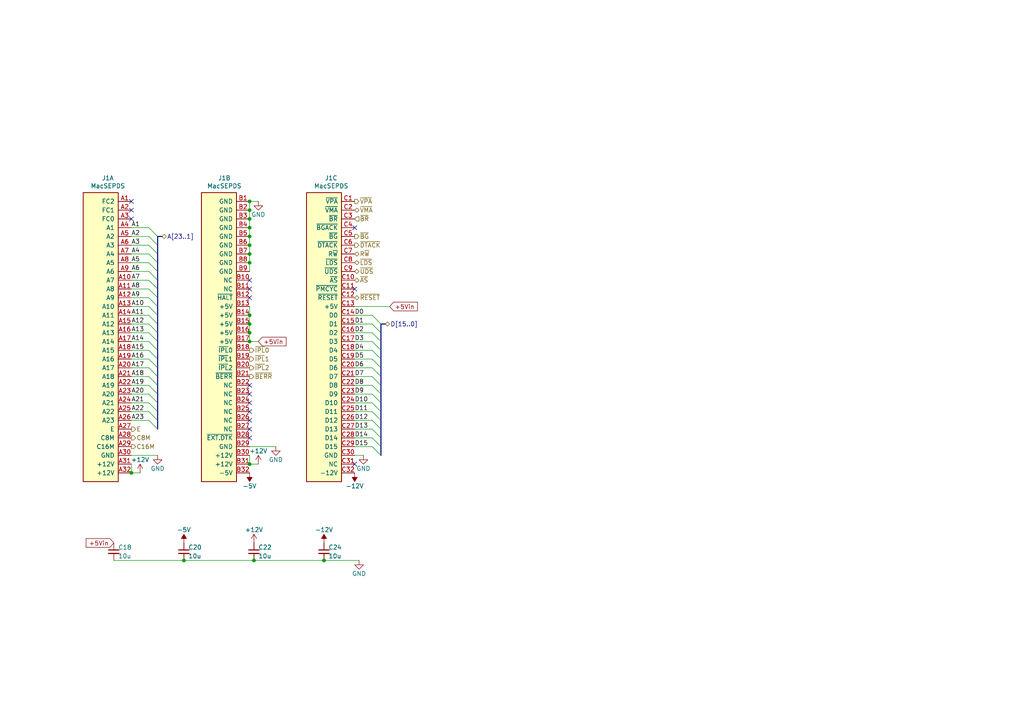
<source format=kicad_sch>
(kicad_sch (version 20231120) (generator "eeschema") (generator_version "8.0")
  (paper "A4")
  (title_block (title "WarpSE (GW4410A)") (date "2024-04-23") (rev "1.0") (company "Garrett's Workshop"))
  (lib_symbols
    (symbol "Device:C_Small" (pin_numbers hide) (pin_names (offset 0.254) hide)
      (property "Reference" "C" (at 0.254 1.778 0))
      (property "Value" "C_Small" (at 0.254 -2.032 0))
      (symbol "C_Small_0_1"
        (polyline (pts (xy -1.524 -0.508) (xy 1.524 -0.508)) (stroke (width 0.3302)))
        (polyline (pts (xy -1.524 0.508) (xy 1.524 0.508)) (stroke (width 0.3048)))
      )
      (symbol "C_Small_1_1"
        (pin passive line (at 0 2.54 270) (length 2.032) (name "~") (number "1"))
        (pin passive line (at 0 -2.54 90) (length 2.032) (name "~") (number "2"))
      )
    )
    (symbol "GW_Connector:MacSEPDS" (pin_names (offset 1.016))
      (property "Reference" "J" (at 0 45.72 0))
      (property "Value" "MacSEPDS" (at 0 -40.64 0))
      (symbol "MacSEPDS_0_1"
        (rectangle (start 0 44.45) (end -10.16 -39.37) (stroke (width 0.254)) (fill (type background)))
      )
      (symbol "MacSEPDS_1_1"
        (pin unspecified line (at 3.81 41.91 180) (length 3.81) (name "FC2") (number "A1"))
        (pin unspecified line (at 3.81 19.05 180) (length 3.81) (name "A7") (number "A10"))
        (pin unspecified line (at 3.81 16.51 180) (length 3.81) (name "A8") (number "A11"))
        (pin unspecified line (at 3.81 13.97 180) (length 3.81) (name "A9") (number "A12"))
        (pin unspecified line (at 3.81 11.43 180) (length 3.81) (name "A10") (number "A13"))
        (pin unspecified line (at 3.81 8.89 180) (length 3.81) (name "A11") (number "A14"))
        (pin unspecified line (at 3.81 6.35 180) (length 3.81) (name "A12") (number "A15"))
        (pin unspecified line (at 3.81 3.81 180) (length 3.81) (name "A13") (number "A16"))
        (pin unspecified line (at 3.81 1.27 180) (length 3.81) (name "A14") (number "A17"))
        (pin unspecified line (at 3.81 -1.27 180) (length 3.81) (name "A15") (number "A18"))
        (pin unspecified line (at 3.81 -3.81 180) (length 3.81) (name "A16") (number "A19"))
        (pin unspecified line (at 3.81 39.37 180) (length 3.81) (name "FC1") (number "A2"))
        (pin unspecified line (at 3.81 -6.35 180) (length 3.81) (name "A17") (number "A20"))
        (pin unspecified line (at 3.81 -8.89 180) (length 3.81) (name "A18") (number "A21"))
        (pin unspecified line (at 3.81 -11.43 180) (length 3.81) (name "A19") (number "A22"))
        (pin unspecified line (at 3.81 -13.97 180) (length 3.81) (name "A20") (number "A23"))
        (pin unspecified line (at 3.81 -16.51 180) (length 3.81) (name "A21") (number "A24"))
        (pin unspecified line (at 3.81 -19.05 180) (length 3.81) (name "A22") (number "A25"))
        (pin unspecified line (at 3.81 -21.59 180) (length 3.81) (name "A23") (number "A26"))
        (pin unspecified line (at 3.81 -24.13 180) (length 3.81) (name "E") (number "A27"))
        (pin unspecified line (at 3.81 -26.67 180) (length 3.81) (name "C8M") (number "A28"))
        (pin unspecified line (at 3.81 -29.21 180) (length 3.81) (name "C16M") (number "A29"))
        (pin unspecified line (at 3.81 36.83 180) (length 3.81) (name "FC0") (number "A3"))
        (pin unspecified line (at 3.81 -31.75 180) (length 3.81) (name "GND") (number "A30"))
        (pin unspecified line (at 3.81 -34.29 180) (length 3.81) (name "+12V") (number "A31"))
        (pin unspecified line (at 3.81 -36.83 180) (length 3.81) (name "+12V") (number "A32"))
        (pin unspecified line (at 3.81 34.29 180) (length 3.81) (name "A1") (number "A4"))
        (pin unspecified line (at 3.81 31.75 180) (length 3.81) (name "A2") (number "A5"))
        (pin unspecified line (at 3.81 29.21 180) (length 3.81) (name "A3") (number "A6"))
        (pin unspecified line (at 3.81 26.67 180) (length 3.81) (name "A4") (number "A7"))
        (pin unspecified line (at 3.81 24.13 180) (length 3.81) (name "A5") (number "A8"))
        (pin unspecified line (at 3.81 21.59 180) (length 3.81) (name "A6") (number "A9"))
      )
      (symbol "MacSEPDS_2_1"
        (pin unspecified line (at 3.81 41.91 180) (length 3.81) (name "GND") (number "B1"))
        (pin unspecified line (at 3.81 19.05 180) (length 3.81) (name "NC") (number "B10"))
        (pin unspecified line (at 3.81 16.51 180) (length 3.81) (name "NC") (number "B11"))
        (pin unspecified line (at 3.81 13.97 180) (length 3.81) (name "~{HALT}") (number "B12"))
        (pin unspecified line (at 3.81 11.43 180) (length 3.81) (name "+5V") (number "B13"))
        (pin unspecified line (at 3.81 8.89 180) (length 3.81) (name "+5V") (number "B14"))
        (pin unspecified line (at 3.81 6.35 180) (length 3.81) (name "+5V") (number "B15"))
        (pin unspecified line (at 3.81 3.81 180) (length 3.81) (name "+5V") (number "B16"))
        (pin unspecified line (at 3.81 1.27 180) (length 3.81) (name "+5V") (number "B17"))
        (pin unspecified line (at 3.81 -1.27 180) (length 3.81) (name "~{IPL}0") (number "B18"))
        (pin unspecified line (at 3.81 -3.81 180) (length 3.81) (name "~{IPL}1") (number "B19"))
        (pin unspecified line (at 3.81 39.37 180) (length 3.81) (name "GND") (number "B2"))
        (pin unspecified line (at 3.81 -6.35 180) (length 3.81) (name "~{IPL}2") (number "B20"))
        (pin unspecified line (at 3.81 -8.89 180) (length 3.81) (name "~{BERR}") (number "B21"))
        (pin unspecified line (at 3.81 -11.43 180) (length 3.81) (name "NC") (number "B22"))
        (pin unspecified line (at 3.81 -13.97 180) (length 3.81) (name "NC") (number "B23"))
        (pin unspecified line (at 3.81 -16.51 180) (length 3.81) (name "NC") (number "B24"))
        (pin unspecified line (at 3.81 -19.05 180) (length 3.81) (name "NC") (number "B25"))
        (pin unspecified line (at 3.81 -21.59 180) (length 3.81) (name "NC") (number "B26"))
        (pin unspecified line (at 3.81 -24.13 180) (length 3.81) (name "NC") (number "B27"))
        (pin unspecified line (at 3.81 -26.67 180) (length 3.81) (name "~{EXT.DTK}") (number "B28"))
        (pin unspecified line (at 3.81 -29.21 180) (length 3.81) (name "GND") (number "B29"))
        (pin unspecified line (at 3.81 36.83 180) (length 3.81) (name "GND") (number "B3"))
        (pin unspecified line (at 3.81 -31.75 180) (length 3.81) (name "+12V") (number "B30"))
        (pin unspecified line (at 3.81 -34.29 180) (length 3.81) (name "+12V") (number "B31"))
        (pin unspecified line (at 3.81 -36.83 180) (length 3.81) (name "-5V") (number "B32"))
        (pin unspecified line (at 3.81 34.29 180) (length 3.81) (name "GND") (number "B4"))
        (pin unspecified line (at 3.81 31.75 180) (length 3.81) (name "GND") (number "B5"))
        (pin unspecified line (at 3.81 29.21 180) (length 3.81) (name "GND") (number "B6"))
        (pin unspecified line (at 3.81 26.67 180) (length 3.81) (name "GND") (number "B7"))
        (pin unspecified line (at 3.81 24.13 180) (length 3.81) (name "GND") (number "B8"))
        (pin unspecified line (at 3.81 21.59 180) (length 3.81) (name "GND") (number "B9"))
      )
      (symbol "MacSEPDS_3_1"
        (pin unspecified line (at 3.81 41.91 180) (length 3.81) (name "~{VPA}") (number "C1"))
        (pin unspecified line (at 3.81 19.05 180) (length 3.81) (name "~{AS}") (number "C10"))
        (pin unspecified line (at 3.81 16.51 180) (length 3.81) (name "~{PMCYC}") (number "C11"))
        (pin unspecified line (at 3.81 13.97 180) (length 3.81) (name "~{RESET}") (number "C12"))
        (pin unspecified line (at 3.81 11.43 180) (length 3.81) (name "+5V") (number "C13"))
        (pin unspecified line (at 3.81 8.89 180) (length 3.81) (name "D0") (number "C14"))
        (pin unspecified line (at 3.81 6.35 180) (length 3.81) (name "D1") (number "C15"))
        (pin unspecified line (at 3.81 3.81 180) (length 3.81) (name "D2") (number "C16"))
        (pin unspecified line (at 3.81 1.27 180) (length 3.81) (name "D3") (number "C17"))
        (pin unspecified line (at 3.81 -1.27 180) (length 3.81) (name "D4") (number "C18"))
        (pin unspecified line (at 3.81 -3.81 180) (length 3.81) (name "D5") (number "C19"))
        (pin unspecified line (at 3.81 39.37 180) (length 3.81) (name "~{VMA}") (number "C2"))
        (pin unspecified line (at 3.81 -6.35 180) (length 3.81) (name "D6") (number "C20"))
        (pin unspecified line (at 3.81 -8.89 180) (length 3.81) (name "D7") (number "C21"))
        (pin unspecified line (at 3.81 -11.43 180) (length 3.81) (name "D8") (number "C22"))
        (pin unspecified line (at 3.81 -13.97 180) (length 3.81) (name "D9") (number "C23"))
        (pin unspecified line (at 3.81 -16.51 180) (length 3.81) (name "D10") (number "C24"))
        (pin unspecified line (at 3.81 -19.05 180) (length 3.81) (name "D11") (number "C25"))
        (pin unspecified line (at 3.81 -21.59 180) (length 3.81) (name "D12") (number "C26"))
        (pin unspecified line (at 3.81 -24.13 180) (length 3.81) (name "D13") (number "C27"))
        (pin unspecified line (at 3.81 -26.67 180) (length 3.81) (name "D14") (number "C28"))
        (pin unspecified line (at 3.81 -29.21 180) (length 3.81) (name "D15") (number "C29"))
        (pin unspecified line (at 3.81 36.83 180) (length 3.81) (name "~{BR}") (number "C3"))
        (pin unspecified line (at 3.81 -31.75 180) (length 3.81) (name "GND") (number "C30"))
        (pin unspecified line (at 3.81 -34.29 180) (length 3.81) (name "NC") (number "C31"))
        (pin unspecified line (at 3.81 -36.83 180) (length 3.81) (name "-12V") (number "C32"))
        (pin unspecified line (at 3.81 34.29 180) (length 3.81) (name "~{BGACK}") (number "C4"))
        (pin unspecified line (at 3.81 31.75 180) (length 3.81) (name "~{BG}") (number "C5"))
        (pin unspecified line (at 3.81 29.21 180) (length 3.81) (name "~{DTACK}") (number "C6"))
        (pin unspecified line (at 3.81 26.67 180) (length 3.81) (name "R~{W}") (number "C7"))
        (pin unspecified line (at 3.81 24.13 180) (length 3.81) (name "~{LDS}") (number "C8"))
        (pin unspecified line (at 3.81 21.59 180) (length 3.81) (name "~{UDS}") (number "C9"))
      )
    )
    (symbol "power:+12V" (power) (pin_names (offset 0))
      (property "Value" "+12V" (at 0 3.556 0))
      (symbol "+12V_0_1"
        (polyline (pts (xy -0.762 1.27) (xy 0 2.54)))
        (polyline (pts (xy 0 0) (xy 0 2.54)))
        (polyline (pts (xy 0 2.54) (xy 0.762 1.27)))
      )
      (symbol "+12V_1_1"
        (pin power_in line (at 0 0 90) (length 0) hide (name "+12V") (number "1"))
      )
    )
    (symbol "power:-12V" (power) (pin_names (offset 0))
      (property "Value" "-12V" (at 0 3.81 0))
      (symbol "-12V_0_0"
        (pin power_in line (at 0 0 90) (length 0) hide (name "-12V") (number "1"))
      )
      (symbol "-12V_0_1"
        (polyline (pts (xy 0 0) (xy 0 1.27) (xy 0.762 1.27) (xy 0 2.54) (xy -0.762 1.27) (xy 0 1.27)) (fill (type outline)))
      )
    )
    (symbol "power:-5V" (power) (pin_names (offset 0))
      (property "Value" "-5V" (at 0 3.81 0))
      (symbol "-5V_0_0"
        (pin power_in line (at 0 0 90) (length 0) hide (name "-5V") (number "1"))
      )
      (symbol "-5V_0_1"
        (polyline (pts (xy 0 0) (xy 0 1.27) (xy 0.762 1.27) (xy 0 2.54) (xy -0.762 1.27) (xy 0 1.27)) (fill (type outline)))
      )
    )
    (symbol "power:GND" (power) (pin_names (offset 0))
      (property "Value" "GND" (at 0 -3.81 0))
      (symbol "GND_0_1"
        (polyline (pts (xy 0 0) (xy 0 -1.27) (xy 1.27 -1.27) (xy 0 -2.54) (xy -1.27 -1.27) (xy 0 -1.27)))
      )
      (symbol "GND_1_1"
        (pin power_in line (at 0 0 270) (length 0) hide (name "GND") (number "1"))
      )
    )
  )
  (junction (at 72.39 91.44))
  (junction (at 72.39 58.42))
  (junction (at 72.39 60.96))
  (junction (at 72.39 68.58))
  (junction (at 72.39 99.06))
  (junction (at 72.39 134.62))
  (junction (at 72.39 93.98))
  (junction (at 93.98 162.56))
  (junction (at 72.39 66.04))
  (junction (at 38.1 137.16))
  (junction (at 73.66 162.56))
  (junction (at 72.39 63.5))
  (junction (at 53.34 162.56))
  (junction (at 72.39 71.12))
  (junction (at 72.39 73.66))
  (junction (at 72.39 96.52))
  (junction (at 72.39 76.2))
  (no_connect (at 72.39 83.82))
  (no_connect (at 102.87 66.04))
  (no_connect (at 72.39 81.28))
  (no_connect (at 72.39 121.92))
  (no_connect (at 72.39 116.84))
  (no_connect (at 38.1 60.96))
  (no_connect (at 72.39 119.38))
  (no_connect (at 38.1 63.5))
  (no_connect (at 72.39 86.36))
  (no_connect (at 72.39 124.46))
  (no_connect (at 38.1 58.42))
  (no_connect (at 102.87 134.62))
  (no_connect (at 72.39 127))
  (no_connect (at 72.39 111.76))
  (no_connect (at 72.39 114.3))
  (no_connect (at 102.87 83.82))
  (bus_entry (at 43.18 73.66) (size 2.54 2.54))
  (bus_entry (at 107.95 121.92) (size 2.54 2.54))
  (bus_entry (at 107.95 91.44) (size 2.54 2.54))
  (bus_entry (at 107.95 119.38) (size 2.54 2.54))
  (bus_entry (at 107.95 114.3) (size 2.54 2.54))
  (bus_entry (at 43.18 68.58) (size 2.54 2.54))
  (bus_entry (at 43.18 99.06) (size 2.54 2.54))
  (bus_entry (at 107.95 111.76) (size 2.54 2.54))
  (bus_entry (at 107.95 129.54) (size 2.54 2.54))
  (bus_entry (at 43.18 76.2) (size 2.54 2.54))
  (bus_entry (at 43.18 111.76) (size 2.54 2.54))
  (bus_entry (at 43.18 83.82) (size 2.54 2.54))
  (bus_entry (at 43.18 121.92) (size 2.54 2.54))
  (bus_entry (at 107.95 127) (size 2.54 2.54))
  (bus_entry (at 43.18 78.74) (size 2.54 2.54))
  (bus_entry (at 43.18 66.04) (size 2.54 2.54))
  (bus_entry (at 43.18 91.44) (size 2.54 2.54))
  (bus_entry (at 107.95 101.6) (size 2.54 2.54))
  (bus_entry (at 43.18 114.3) (size 2.54 2.54))
  (bus_entry (at 43.18 81.28) (size 2.54 2.54))
  (bus_entry (at 43.18 71.12) (size 2.54 2.54))
  (bus_entry (at 107.95 99.06) (size 2.54 2.54))
  (bus_entry (at 107.95 93.98) (size 2.54 2.54))
  (bus_entry (at 43.18 116.84) (size 2.54 2.54))
  (bus_entry (at 107.95 106.68) (size 2.54 2.54))
  (bus_entry (at 43.18 101.6) (size 2.54 2.54))
  (bus_entry (at 43.18 104.14) (size 2.54 2.54))
  (bus_entry (at 43.18 109.22) (size 2.54 2.54))
  (bus_entry (at 107.95 96.52) (size 2.54 2.54))
  (bus_entry (at 43.18 93.98) (size 2.54 2.54))
  (bus_entry (at 107.95 109.22) (size 2.54 2.54))
  (bus_entry (at 107.95 124.46) (size 2.54 2.54))
  (bus_entry (at 43.18 86.36) (size 2.54 2.54))
  (bus_entry (at 107.95 116.84) (size 2.54 2.54))
  (bus_entry (at 43.18 96.52) (size 2.54 2.54))
  (bus_entry (at 107.95 104.14) (size 2.54 2.54))
  (bus_entry (at 43.18 119.38) (size 2.54 2.54))
  (bus_entry (at 43.18 106.68) (size 2.54 2.54))
  (bus_entry (at 43.18 88.9) (size 2.54 2.54))
  (wire (pts (xy 72.39 68.58) (xy 72.39 66.04)))
  (wire (pts (xy 38.1 109.22) (xy 43.18 109.22)))
  (bus (pts (xy 45.72 68.58) (xy 45.72 71.12)))
  (wire (pts (xy 102.87 116.84) (xy 107.95 116.84)))
  (bus (pts (xy 110.49 109.22) (xy 110.49 111.76)))
  (wire (pts (xy 40.64 137.16) (xy 38.1 137.16)))
  (bus (pts (xy 110.49 106.68) (xy 110.49 109.22)))
  (wire (pts (xy 102.87 99.06) (xy 107.95 99.06)))
  (bus (pts (xy 45.72 86.36) (xy 45.72 88.9)))
  (bus (pts (xy 45.72 121.92) (xy 45.72 124.46)))
  (wire (pts (xy 72.39 93.98) (xy 72.39 96.52)))
  (bus (pts (xy 45.72 111.76) (xy 45.72 114.3)))
  (bus (pts (xy 110.49 129.54) (xy 110.49 132.08)))
  (bus (pts (xy 45.72 71.12) (xy 45.72 73.66)))
  (wire (pts (xy 38.1 78.74) (xy 43.18 78.74)))
  (wire (pts (xy 72.39 66.04) (xy 72.39 63.5)))
  (bus (pts (xy 110.49 111.76) (xy 110.49 114.3)))
  (bus (pts (xy 45.72 76.2) (xy 45.72 78.74)))
  (wire (pts (xy 102.87 106.68) (xy 107.95 106.68)))
  (wire (pts (xy 72.39 60.96) (xy 72.39 58.42)))
  (wire (pts (xy 102.87 91.44) (xy 107.95 91.44)))
  (bus (pts (xy 110.49 114.3) (xy 110.49 116.84)))
  (wire (pts (xy 38.1 106.68) (xy 43.18 106.68)))
  (bus (pts (xy 45.72 73.66) (xy 45.72 76.2)))
  (bus (pts (xy 45.72 114.3) (xy 45.72 116.84)))
  (bus (pts (xy 45.72 109.22) (xy 45.72 111.76)))
  (wire (pts (xy 38.1 73.66) (xy 43.18 73.66)))
  (bus (pts (xy 45.72 96.52) (xy 45.72 99.06)))
  (wire (pts (xy 102.87 109.22) (xy 107.95 109.22)))
  (wire (pts (xy 102.87 93.98) (xy 107.95 93.98)))
  (bus (pts (xy 45.72 78.74) (xy 45.72 81.28)))
  (wire (pts (xy 38.1 114.3) (xy 43.18 114.3)))
  (wire (pts (xy 102.87 111.76) (xy 107.95 111.76)))
  (bus (pts (xy 45.72 101.6) (xy 45.72 104.14)))
  (wire (pts (xy 38.1 101.6) (xy 43.18 101.6)))
  (bus (pts (xy 45.72 68.58) (xy 46.99 68.58)))
  (wire (pts (xy 72.39 71.12) (xy 72.39 68.58)))
  (wire (pts (xy 38.1 66.04) (xy 43.18 66.04)))
  (wire (pts (xy 38.1 121.92) (xy 43.18 121.92)))
  (wire (pts (xy 38.1 76.2) (xy 43.18 76.2)))
  (wire (pts (xy 45.72 132.08) (xy 38.1 132.08)))
  (bus (pts (xy 110.49 96.52) (xy 110.49 99.06)))
  (wire (pts (xy 72.39 78.74) (xy 72.39 76.2)))
  (wire (pts (xy 72.39 63.5) (xy 72.39 60.96)))
  (bus (pts (xy 110.49 99.06) (xy 110.49 101.6)))
  (bus (pts (xy 45.72 99.06) (xy 45.72 101.6)))
  (bus (pts (xy 45.72 119.38) (xy 45.72 121.92)))
  (wire (pts (xy 93.98 162.56) (xy 104.14 162.56)))
  (wire (pts (xy 102.87 88.9) (xy 113.03 88.9)))
  (wire (pts (xy 102.87 132.08) (xy 105.41 132.08)))
  (wire (pts (xy 102.87 124.46) (xy 107.95 124.46)))
  (wire (pts (xy 102.87 96.52) (xy 107.95 96.52)))
  (bus (pts (xy 110.49 119.38) (xy 110.49 121.92)))
  (wire (pts (xy 38.1 119.38) (xy 43.18 119.38)))
  (bus (pts (xy 110.49 127) (xy 110.49 129.54)))
  (wire (pts (xy 102.87 114.3) (xy 107.95 114.3)))
  (wire (pts (xy 102.87 101.6) (xy 107.95 101.6)))
  (bus (pts (xy 45.72 83.82) (xy 45.72 86.36)))
  (bus (pts (xy 110.49 104.14) (xy 110.49 106.68)))
  (wire (pts (xy 102.87 129.54) (xy 107.95 129.54)))
  (wire (pts (xy 72.39 132.08) (xy 72.39 134.62)))
  (wire (pts (xy 38.1 91.44) (xy 43.18 91.44)))
  (bus (pts (xy 45.72 93.98) (xy 45.72 96.52)))
  (wire (pts (xy 102.87 127) (xy 107.95 127)))
  (bus (pts (xy 110.49 124.46) (xy 110.49 127)))
  (wire (pts (xy 72.39 91.44) (xy 72.39 93.98)))
  (wire (pts (xy 38.1 116.84) (xy 43.18 116.84)))
  (wire (pts (xy 102.87 119.38) (xy 107.95 119.38)))
  (wire (pts (xy 38.1 81.28) (xy 43.18 81.28)))
  (wire (pts (xy 72.39 76.2) (xy 72.39 73.66)))
  (bus (pts (xy 45.72 88.9) (xy 45.72 91.44)))
  (bus (pts (xy 110.49 93.98) (xy 111.76 93.98)))
  (wire (pts (xy 38.1 104.14) (xy 43.18 104.14)))
  (wire (pts (xy 38.1 96.52) (xy 43.18 96.52)))
  (wire (pts (xy 38.1 111.76) (xy 43.18 111.76)))
  (bus (pts (xy 110.49 93.98) (xy 110.49 96.52)))
  (wire (pts (xy 72.39 73.66) (xy 72.39 71.12)))
  (wire (pts (xy 33.02 162.56) (xy 53.34 162.56)))
  (bus (pts (xy 45.72 104.14) (xy 45.72 106.68)))
  (wire (pts (xy 74.93 58.42) (xy 72.39 58.42)))
  (wire (pts (xy 38.1 86.36) (xy 43.18 86.36)))
  (bus (pts (xy 45.72 81.28) (xy 45.72 83.82)))
  (wire (pts (xy 38.1 68.58) (xy 43.18 68.58)))
  (wire (pts (xy 102.87 121.92) (xy 107.95 121.92)))
  (wire (pts (xy 80.01 129.54) (xy 72.39 129.54)))
  (bus (pts (xy 110.49 101.6) (xy 110.49 104.14)))
  (wire (pts (xy 72.39 96.52) (xy 72.39 99.06)))
  (wire (pts (xy 38.1 83.82) (xy 43.18 83.82)))
  (wire (pts (xy 38.1 93.98) (xy 43.18 93.98)))
  (wire (pts (xy 53.34 162.56) (xy 73.66 162.56)))
  (bus (pts (xy 110.49 116.84) (xy 110.49 119.38)))
  (wire (pts (xy 72.39 88.9) (xy 72.39 91.44)))
  (bus (pts (xy 45.72 106.68) (xy 45.72 109.22)))
  (wire (pts (xy 102.87 104.14) (xy 107.95 104.14)))
  (wire (pts (xy 38.1 71.12) (xy 43.18 71.12)))
  (bus (pts (xy 45.72 91.44) (xy 45.72 93.98)))
  (bus (pts (xy 45.72 116.84) (xy 45.72 119.38)))
  (wire (pts (xy 74.93 99.06) (xy 72.39 99.06)))
  (wire (pts (xy 74.93 134.62) (xy 72.39 134.62)))
  (wire (pts (xy 38.1 88.9) (xy 43.18 88.9)))
  (wire (pts (xy 73.66 162.56) (xy 93.98 162.56)))
  (bus (pts (xy 110.49 121.92) (xy 110.49 124.46)))
  (wire (pts (xy 38.1 137.16) (xy 38.1 134.62)))
  (wire (pts (xy 38.1 99.06) (xy 43.18 99.06)))
  (label "A21" (at 38.1 116.84 0))
  (label "A3" (at 38.1 71.12 0))
  (label "D12" (at 102.87 121.92 0))
  (label "A11" (at 38.1 91.44 0))
  (label "D7" (at 102.87 109.22 0))
  (label "A15" (at 38.1 101.6 0))
  (label "A20" (at 38.1 114.3 0))
  (label "A16" (at 38.1 104.14 0))
  (label "D9" (at 102.87 114.3 0))
  (label "A23" (at 38.1 121.92 0))
  (label "A18" (at 38.1 109.22 0))
  (label "A7" (at 38.1 81.28 0))
  (label "D2" (at 102.87 96.52 0))
  (label "A4" (at 38.1 73.66 0))
  (label "A8" (at 38.1 83.82 0))
  (label "A22" (at 38.1 119.38 0))
  (label "D6" (at 102.87 106.68 0))
  (label "A17" (at 38.1 106.68 0))
  (label "D5" (at 102.87 104.14 0))
  (label "A14" (at 38.1 99.06 0))
  (label "D1" (at 102.87 93.98 0))
  (label "D15" (at 102.87 129.54 0))
  (label "A5" (at 38.1 76.2 0))
  (label "D0" (at 102.87 91.44 0))
  (label "A6" (at 38.1 78.74 0))
  (label "A10" (at 38.1 88.9 0))
  (label "D14" (at 102.87 127 0))
  (label "A9" (at 38.1 86.36 0))
  (label "D8" (at 102.87 111.76 0))
  (label "A13" (at 38.1 96.52 0))
  (label "D3" (at 102.87 99.06 0))
  (label "D4" (at 102.87 101.6 0))
  (label "D10" (at 102.87 116.84 0))
  (label "A1" (at 38.1 66.04 0))
  (label "A12" (at 38.1 93.98 0))
  (label "D13" (at 102.87 124.46 0))
  (label "A19" (at 38.1 111.76 0))
  (label "D11" (at 102.87 119.38 0))
  (label "A2" (at 38.1 68.58 0))
  (global_label "+5Vin" (shape input) (at 74.93 99.06 0) (property "Intersheetrefs" "${INTERSHEET_REFS}" (effects (hide yes))))
  (global_label "+5Vin" (shape input) (at 113.03 88.9 0) (property "Intersheetrefs" "${INTERSHEET_REFS}" (effects (hide yes))))
  (global_label "+5Vin" (shape input) (at 33.02 157.48 180) (property "Intersheetrefs" "${INTERSHEET_REFS}" (effects (hide yes))))
  (hierarchical_label "E" (shape output) (at 38.1 124.46 0))
  (hierarchical_label "~{IPL}2" (shape output) (at 72.39 106.68 0))
  (hierarchical_label "C8M" (shape output) (at 38.1 127 0))
  (hierarchical_label "R~{W}" (shape bidirectional) (at 102.87 73.66 0))
  (hierarchical_label "~{AS}" (shape bidirectional) (at 102.87 81.28 0))
  (hierarchical_label "~{VMA}" (shape bidirectional) (at 102.87 60.96 0))
  (hierarchical_label "~{IPL}1" (shape output) (at 72.39 104.14 0))
  (hierarchical_label "~{UDS}" (shape bidirectional) (at 102.87 78.74 0))
  (hierarchical_label "~{RESET}" (shape bidirectional) (at 102.87 86.36 0))
  (hierarchical_label "A[23..1]" (shape bidirectional) (at 46.99 68.58 0))
  (hierarchical_label "C16M" (shape output) (at 38.1 129.54 0))
  (hierarchical_label "D[15..0]" (shape bidirectional) (at 111.76 93.98 0))
  (hierarchical_label "~{BERR}" (shape output) (at 72.39 109.22 0))
  (hierarchical_label "~{IPL}0" (shape output) (at 72.39 101.6 0))
  (hierarchical_label "~{DTACK}" (shape output) (at 102.87 71.12 0))
  (hierarchical_label "~{VPA}" (shape output) (at 102.87 58.42 0))
  (hierarchical_label "~{LDS}" (shape bidirectional) (at 102.87 76.2 0))
  (hierarchical_label "~{BG}" (shape output) (at 102.87 68.58 0))
  (hierarchical_label "~{BR}" (shape input) (at 102.87 63.5 0))
  (symbol (lib_id "GW_Connector:MacSEPDS") (at 34.29 100.33 0) (unit 1)
    (property "Reference" "J1" (at 31.2928 51.6382 0))
    (property "Value" "MacSEPDS" (at 31.2928 53.9496 0))
    (property "Footprint" "stdpads:DIN41612_R_3x32_Male_Vertical_THT" (effects (hide yes)))
  )
  (symbol (lib_id "GW_Connector:MacSEPDS") (at 68.58 100.33 0) (unit 2)
    (property "Reference" "J1" (at 65.0748 51.6382 0))
    (property "Value" "MacSEPDS" (at 65.0748 53.9496 0))
    (property "Footprint" "stdpads:DIN41612_R_3x32_Male_Vertical_THT" (effects (hide yes)))
  )
  (symbol (lib_id "GW_Connector:MacSEPDS") (at 99.06 100.33 0) (unit 3)
    (property "Reference" "J1" (at 96.0628 51.6382 0))
    (property "Value" "MacSEPDS" (at 96.0628 53.9496 0))
    (property "Footprint" "stdpads:DIN41612_R_3x32_Male_Vertical_THT" (effects (hide yes)))
  )
  (symbol (lib_id "power:GND") (at 74.93 58.42 0) (unit 1)
    (property "Reference" "#PWR0144" (effects (hide yes)))
    (property "Value" "GND" (at 74.93 62.23 0))
  )
  (symbol (lib_id "power:GND") (at 105.41 132.08 0) (unit 1)
    (property "Reference" "#PWR0146" (effects (hide yes)))
    (property "Value" "GND" (at 105.41 135.89 0))
  )
  (symbol (lib_id "power:GND") (at 45.72 132.08 0) (unit 1)
    (property "Reference" "#PWR0147" (effects (hide yes)))
    (property "Value" "GND" (at 45.72 135.89 0))
  )
  (symbol (lib_id "power:GND") (at 80.01 129.54 0) (unit 1)
    (property "Reference" "#PWR0149" (effects (hide yes)))
    (property "Value" "GND" (at 80.01 133.35 0))
  )
  (symbol (lib_id "Device:C_Small") (at 53.34 160.02 0) (unit 1)
    (property "Reference" "C20" (at 54.61 158.75 0) (effects (justify left)))
    (property "Value" "10u" (at 54.61 161.29 0) (effects (justify left)))
    (property "Footprint" "stdpads:C_0805" (effects (hide yes)))
    (property "LCSC Part" "C15850" (effects (hide yes)))
  )
  (symbol (lib_id "Device:C_Small") (at 73.66 160.02 0) (unit 1)
    (property "Reference" "C22" (at 74.93 158.75 0) (effects (justify left)))
    (property "Value" "10u" (at 74.93 161.29 0) (effects (justify left)))
    (property "Footprint" "stdpads:C_0805" (effects (hide yes)))
    (property "LCSC Part" "C15850" (effects (hide yes)))
  )
  (symbol (lib_id "Device:C_Small") (at 33.02 160.02 0) (unit 1)
    (property "Reference" "C18" (at 34.29 158.75 0) (effects (justify left)))
    (property "Value" "10u" (at 34.29 161.29 0) (effects (justify left)))
    (property "Footprint" "stdpads:C_0805" (effects (hide yes)))
    (property "LCSC Part" "C15850" (effects (hide yes)))
  )
  (symbol (lib_id "power:+12V") (at 73.66 157.48 0) (unit 1)
    (property "Reference" "#PWR0155" (effects (hide yes)))
    (property "Value" "+12V" (at 73.66 153.67 0))
  )
  (symbol (lib_id "power:-12V") (at 93.98 157.48 0) (unit 1)
    (property "Reference" "#PWR0152" (effects (hide yes)))
    (property "Value" "-12V" (at 93.98 153.67 0))
  )
  (symbol (lib_id "power:GND") (at 104.14 162.56 0) (mirror y) (unit 1)
    (property "Reference" "#PWR0153" (effects (hide yes)))
    (property "Value" "GND" (at 104.14 166.37 0))
  )
  (symbol (lib_id "Device:C_Small") (at 93.98 160.02 0) (unit 1)
    (property "Reference" "C24" (at 95.25 158.75 0) (effects (justify left)))
    (property "Value" "10u" (at 95.25 161.29 0) (effects (justify left)))
    (property "Footprint" "stdpads:C_0805" (effects (hide yes)))
    (property "LCSC Part" "C15850" (effects (hide yes)))
  )
  (symbol (lib_id "power:-5V") (at 53.34 157.48 0) (unit 1)
    (property "Reference" "#PWR0154" (effects (hide yes)))
    (property "Value" "-5V" (at 53.34 153.67 0))
  )
  (symbol (lib_id "power:-5V") (at 72.39 137.16 180) (unit 1)
    (property "Reference" "#PWR0109" (effects (hide yes)))
    (property "Value" "-5V" (at 72.39 140.97 0))
  )
  (symbol (lib_id "power:+12V") (at 40.64 137.16 0) (unit 1)
    (property "Reference" "#PWR0110" (effects (hide yes)))
    (property "Value" "+12V" (at 40.64 133.35 0))
  )
  (symbol (lib_id "power:+12V") (at 74.93 134.62 0) (unit 1)
    (property "Reference" "#PWR0111" (effects (hide yes)))
    (property "Value" "+12V" (at 74.93 130.81 0))
  )
  (symbol (lib_id "power:-12V") (at 102.87 137.16 180) (unit 1)
    (property "Reference" "#PWR0112" (effects (hide yes)))
    (property "Value" "-12V" (at 102.87 140.97 0))
  )
)
</source>
